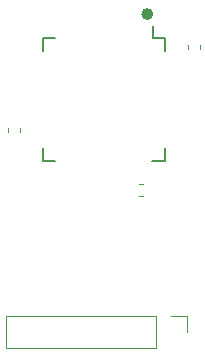
<source format=gbr>
G04 #@! TF.GenerationSoftware,KiCad,Pcbnew,5.0.1+dfsg1-2*
G04 #@! TF.CreationDate,2019-04-19T13:27:36+02:00*
G04 #@! TF.ProjectId,oled-controller,6F6C65642D636F6E74726F6C6C65722E,rev?*
G04 #@! TF.SameCoordinates,Original*
G04 #@! TF.FileFunction,Legend,Top*
G04 #@! TF.FilePolarity,Positive*
%FSLAX46Y46*%
G04 Gerber Fmt 4.6, Leading zero omitted, Abs format (unit mm)*
G04 Created by KiCad (PCBNEW 5.0.1+dfsg1-2) date Fr 19 Apr 2019 13:27:36 CEST*
%MOMM*%
%LPD*%
G01*
G04 APERTURE LIST*
%ADD10C,0.500000*%
%ADD11C,0.120000*%
%ADD12C,0.150000*%
%ADD13C,3.102000*%
%ADD14R,2.202000X2.202000*%
%ADD15C,2.202000*%
%ADD16C,1.102000*%
%ADD17C,0.100000*%
%ADD18C,1.052000*%
%ADD19R,1.802000X1.802000*%
%ADD20O,1.802000X1.802000*%
%ADD21R,0.352000X1.102000*%
%ADD22R,1.102000X0.352000*%
G04 APERTURE END LIST*
D10*
X172212000Y-74676000D02*
G75*
G03X172212000Y-74676000I-254000J0D01*
G01*
D11*
G04 #@! TO.C,C1*
X160145000Y-84626267D02*
X160145000Y-84283733D01*
X161165000Y-84626267D02*
X161165000Y-84283733D01*
G04 #@! TO.C,C3*
X176405000Y-77298733D02*
X176405000Y-77641267D01*
X175385000Y-77298733D02*
X175385000Y-77641267D01*
G04 #@! TO.C,C2*
X171621267Y-89025000D02*
X171278733Y-89025000D01*
X171621267Y-90045000D02*
X171278733Y-90045000D01*
G04 #@! TO.C,J2*
X159960000Y-100270000D02*
X159960000Y-102930000D01*
X172720000Y-100270000D02*
X159960000Y-100270000D01*
X172720000Y-102930000D02*
X159960000Y-102930000D01*
X172720000Y-100270000D02*
X172720000Y-102930000D01*
X173990000Y-100270000D02*
X175320000Y-100270000D01*
X175320000Y-100270000D02*
X175320000Y-101600000D01*
D12*
G04 #@! TO.C,U1*
X173450000Y-76740000D02*
X172450000Y-76740000D01*
X173450000Y-87090000D02*
X172375000Y-87090000D01*
X163100000Y-87090000D02*
X164175000Y-87090000D01*
X163100000Y-76740000D02*
X164175000Y-76740000D01*
X173450000Y-76740000D02*
X173450000Y-77815000D01*
X163100000Y-76740000D02*
X163100000Y-77815000D01*
X163100000Y-87090000D02*
X163100000Y-86015000D01*
X173450000Y-87090000D02*
X173450000Y-86015000D01*
X172450000Y-76740000D02*
X172450000Y-75715000D01*
G04 #@! TD*
%LPC*%
D13*
G04 #@! TO.C,J3*
X186690000Y-63500000D03*
X148590000Y-63500000D03*
X186690000Y-100330000D03*
X148590000Y-100330000D03*
D14*
X154940000Y-62230000D03*
D15*
X157480000Y-62230000D03*
X167640000Y-62230000D03*
X170180000Y-62230000D03*
X172720000Y-62230000D03*
X175260000Y-62230000D03*
X177800000Y-62230000D03*
X160020000Y-62230000D03*
X162560000Y-62230000D03*
X165100000Y-62230000D03*
X180340000Y-62230000D03*
G04 #@! TD*
D16*
G04 #@! TO.C,J5*
X183261000Y-80350000D03*
X183261000Y-84750000D03*
G04 #@! TD*
D17*
G04 #@! TO.C,C1*
G36*
X160943779Y-84755266D02*
X160969309Y-84759053D01*
X160994345Y-84765325D01*
X161018646Y-84774020D01*
X161041977Y-84785055D01*
X161064115Y-84798323D01*
X161084845Y-84813698D01*
X161103969Y-84831031D01*
X161121302Y-84850155D01*
X161136677Y-84870885D01*
X161149945Y-84893023D01*
X161160980Y-84916354D01*
X161169675Y-84940655D01*
X161175947Y-84965691D01*
X161179734Y-84991221D01*
X161181000Y-85017000D01*
X161181000Y-85643000D01*
X161179734Y-85668779D01*
X161175947Y-85694309D01*
X161169675Y-85719345D01*
X161160980Y-85743646D01*
X161149945Y-85766977D01*
X161136677Y-85789115D01*
X161121302Y-85809845D01*
X161103969Y-85828969D01*
X161084845Y-85846302D01*
X161064115Y-85861677D01*
X161041977Y-85874945D01*
X161018646Y-85885980D01*
X160994345Y-85894675D01*
X160969309Y-85900947D01*
X160943779Y-85904734D01*
X160918000Y-85906000D01*
X160392000Y-85906000D01*
X160366221Y-85904734D01*
X160340691Y-85900947D01*
X160315655Y-85894675D01*
X160291354Y-85885980D01*
X160268023Y-85874945D01*
X160245885Y-85861677D01*
X160225155Y-85846302D01*
X160206031Y-85828969D01*
X160188698Y-85809845D01*
X160173323Y-85789115D01*
X160160055Y-85766977D01*
X160149020Y-85743646D01*
X160140325Y-85719345D01*
X160134053Y-85694309D01*
X160130266Y-85668779D01*
X160129000Y-85643000D01*
X160129000Y-85017000D01*
X160130266Y-84991221D01*
X160134053Y-84965691D01*
X160140325Y-84940655D01*
X160149020Y-84916354D01*
X160160055Y-84893023D01*
X160173323Y-84870885D01*
X160188698Y-84850155D01*
X160206031Y-84831031D01*
X160225155Y-84813698D01*
X160245885Y-84798323D01*
X160268023Y-84785055D01*
X160291354Y-84774020D01*
X160315655Y-84765325D01*
X160340691Y-84759053D01*
X160366221Y-84755266D01*
X160392000Y-84754000D01*
X160918000Y-84754000D01*
X160943779Y-84755266D01*
X160943779Y-84755266D01*
G37*
D18*
X160655000Y-85330000D03*
D17*
G36*
X160943779Y-83005266D02*
X160969309Y-83009053D01*
X160994345Y-83015325D01*
X161018646Y-83024020D01*
X161041977Y-83035055D01*
X161064115Y-83048323D01*
X161084845Y-83063698D01*
X161103969Y-83081031D01*
X161121302Y-83100155D01*
X161136677Y-83120885D01*
X161149945Y-83143023D01*
X161160980Y-83166354D01*
X161169675Y-83190655D01*
X161175947Y-83215691D01*
X161179734Y-83241221D01*
X161181000Y-83267000D01*
X161181000Y-83893000D01*
X161179734Y-83918779D01*
X161175947Y-83944309D01*
X161169675Y-83969345D01*
X161160980Y-83993646D01*
X161149945Y-84016977D01*
X161136677Y-84039115D01*
X161121302Y-84059845D01*
X161103969Y-84078969D01*
X161084845Y-84096302D01*
X161064115Y-84111677D01*
X161041977Y-84124945D01*
X161018646Y-84135980D01*
X160994345Y-84144675D01*
X160969309Y-84150947D01*
X160943779Y-84154734D01*
X160918000Y-84156000D01*
X160392000Y-84156000D01*
X160366221Y-84154734D01*
X160340691Y-84150947D01*
X160315655Y-84144675D01*
X160291354Y-84135980D01*
X160268023Y-84124945D01*
X160245885Y-84111677D01*
X160225155Y-84096302D01*
X160206031Y-84078969D01*
X160188698Y-84059845D01*
X160173323Y-84039115D01*
X160160055Y-84016977D01*
X160149020Y-83993646D01*
X160140325Y-83969345D01*
X160134053Y-83944309D01*
X160130266Y-83918779D01*
X160129000Y-83893000D01*
X160129000Y-83267000D01*
X160130266Y-83241221D01*
X160134053Y-83215691D01*
X160140325Y-83190655D01*
X160149020Y-83166354D01*
X160160055Y-83143023D01*
X160173323Y-83120885D01*
X160188698Y-83100155D01*
X160206031Y-83081031D01*
X160225155Y-83063698D01*
X160245885Y-83048323D01*
X160268023Y-83035055D01*
X160291354Y-83024020D01*
X160315655Y-83015325D01*
X160340691Y-83009053D01*
X160366221Y-83005266D01*
X160392000Y-83004000D01*
X160918000Y-83004000D01*
X160943779Y-83005266D01*
X160943779Y-83005266D01*
G37*
D18*
X160655000Y-83580000D03*
G04 #@! TD*
D17*
G04 #@! TO.C,C3*
G36*
X176183779Y-76020266D02*
X176209309Y-76024053D01*
X176234345Y-76030325D01*
X176258646Y-76039020D01*
X176281977Y-76050055D01*
X176304115Y-76063323D01*
X176324845Y-76078698D01*
X176343969Y-76096031D01*
X176361302Y-76115155D01*
X176376677Y-76135885D01*
X176389945Y-76158023D01*
X176400980Y-76181354D01*
X176409675Y-76205655D01*
X176415947Y-76230691D01*
X176419734Y-76256221D01*
X176421000Y-76282000D01*
X176421000Y-76908000D01*
X176419734Y-76933779D01*
X176415947Y-76959309D01*
X176409675Y-76984345D01*
X176400980Y-77008646D01*
X176389945Y-77031977D01*
X176376677Y-77054115D01*
X176361302Y-77074845D01*
X176343969Y-77093969D01*
X176324845Y-77111302D01*
X176304115Y-77126677D01*
X176281977Y-77139945D01*
X176258646Y-77150980D01*
X176234345Y-77159675D01*
X176209309Y-77165947D01*
X176183779Y-77169734D01*
X176158000Y-77171000D01*
X175632000Y-77171000D01*
X175606221Y-77169734D01*
X175580691Y-77165947D01*
X175555655Y-77159675D01*
X175531354Y-77150980D01*
X175508023Y-77139945D01*
X175485885Y-77126677D01*
X175465155Y-77111302D01*
X175446031Y-77093969D01*
X175428698Y-77074845D01*
X175413323Y-77054115D01*
X175400055Y-77031977D01*
X175389020Y-77008646D01*
X175380325Y-76984345D01*
X175374053Y-76959309D01*
X175370266Y-76933779D01*
X175369000Y-76908000D01*
X175369000Y-76282000D01*
X175370266Y-76256221D01*
X175374053Y-76230691D01*
X175380325Y-76205655D01*
X175389020Y-76181354D01*
X175400055Y-76158023D01*
X175413323Y-76135885D01*
X175428698Y-76115155D01*
X175446031Y-76096031D01*
X175465155Y-76078698D01*
X175485885Y-76063323D01*
X175508023Y-76050055D01*
X175531354Y-76039020D01*
X175555655Y-76030325D01*
X175580691Y-76024053D01*
X175606221Y-76020266D01*
X175632000Y-76019000D01*
X176158000Y-76019000D01*
X176183779Y-76020266D01*
X176183779Y-76020266D01*
G37*
D18*
X175895000Y-76595000D03*
D17*
G36*
X176183779Y-77770266D02*
X176209309Y-77774053D01*
X176234345Y-77780325D01*
X176258646Y-77789020D01*
X176281977Y-77800055D01*
X176304115Y-77813323D01*
X176324845Y-77828698D01*
X176343969Y-77846031D01*
X176361302Y-77865155D01*
X176376677Y-77885885D01*
X176389945Y-77908023D01*
X176400980Y-77931354D01*
X176409675Y-77955655D01*
X176415947Y-77980691D01*
X176419734Y-78006221D01*
X176421000Y-78032000D01*
X176421000Y-78658000D01*
X176419734Y-78683779D01*
X176415947Y-78709309D01*
X176409675Y-78734345D01*
X176400980Y-78758646D01*
X176389945Y-78781977D01*
X176376677Y-78804115D01*
X176361302Y-78824845D01*
X176343969Y-78843969D01*
X176324845Y-78861302D01*
X176304115Y-78876677D01*
X176281977Y-78889945D01*
X176258646Y-78900980D01*
X176234345Y-78909675D01*
X176209309Y-78915947D01*
X176183779Y-78919734D01*
X176158000Y-78921000D01*
X175632000Y-78921000D01*
X175606221Y-78919734D01*
X175580691Y-78915947D01*
X175555655Y-78909675D01*
X175531354Y-78900980D01*
X175508023Y-78889945D01*
X175485885Y-78876677D01*
X175465155Y-78861302D01*
X175446031Y-78843969D01*
X175428698Y-78824845D01*
X175413323Y-78804115D01*
X175400055Y-78781977D01*
X175389020Y-78758646D01*
X175380325Y-78734345D01*
X175374053Y-78709309D01*
X175370266Y-78683779D01*
X175369000Y-78658000D01*
X175369000Y-78032000D01*
X175370266Y-78006221D01*
X175374053Y-77980691D01*
X175380325Y-77955655D01*
X175389020Y-77931354D01*
X175400055Y-77908023D01*
X175413323Y-77885885D01*
X175428698Y-77865155D01*
X175446031Y-77846031D01*
X175465155Y-77828698D01*
X175485885Y-77813323D01*
X175508023Y-77800055D01*
X175531354Y-77789020D01*
X175555655Y-77780325D01*
X175580691Y-77774053D01*
X175606221Y-77770266D01*
X175632000Y-77769000D01*
X176158000Y-77769000D01*
X176183779Y-77770266D01*
X176183779Y-77770266D01*
G37*
D18*
X175895000Y-78345000D03*
G04 #@! TD*
D17*
G04 #@! TO.C,C2*
G36*
X170913779Y-89010266D02*
X170939309Y-89014053D01*
X170964345Y-89020325D01*
X170988646Y-89029020D01*
X171011977Y-89040055D01*
X171034115Y-89053323D01*
X171054845Y-89068698D01*
X171073969Y-89086031D01*
X171091302Y-89105155D01*
X171106677Y-89125885D01*
X171119945Y-89148023D01*
X171130980Y-89171354D01*
X171139675Y-89195655D01*
X171145947Y-89220691D01*
X171149734Y-89246221D01*
X171151000Y-89272000D01*
X171151000Y-89798000D01*
X171149734Y-89823779D01*
X171145947Y-89849309D01*
X171139675Y-89874345D01*
X171130980Y-89898646D01*
X171119945Y-89921977D01*
X171106677Y-89944115D01*
X171091302Y-89964845D01*
X171073969Y-89983969D01*
X171054845Y-90001302D01*
X171034115Y-90016677D01*
X171011977Y-90029945D01*
X170988646Y-90040980D01*
X170964345Y-90049675D01*
X170939309Y-90055947D01*
X170913779Y-90059734D01*
X170888000Y-90061000D01*
X170262000Y-90061000D01*
X170236221Y-90059734D01*
X170210691Y-90055947D01*
X170185655Y-90049675D01*
X170161354Y-90040980D01*
X170138023Y-90029945D01*
X170115885Y-90016677D01*
X170095155Y-90001302D01*
X170076031Y-89983969D01*
X170058698Y-89964845D01*
X170043323Y-89944115D01*
X170030055Y-89921977D01*
X170019020Y-89898646D01*
X170010325Y-89874345D01*
X170004053Y-89849309D01*
X170000266Y-89823779D01*
X169999000Y-89798000D01*
X169999000Y-89272000D01*
X170000266Y-89246221D01*
X170004053Y-89220691D01*
X170010325Y-89195655D01*
X170019020Y-89171354D01*
X170030055Y-89148023D01*
X170043323Y-89125885D01*
X170058698Y-89105155D01*
X170076031Y-89086031D01*
X170095155Y-89068698D01*
X170115885Y-89053323D01*
X170138023Y-89040055D01*
X170161354Y-89029020D01*
X170185655Y-89020325D01*
X170210691Y-89014053D01*
X170236221Y-89010266D01*
X170262000Y-89009000D01*
X170888000Y-89009000D01*
X170913779Y-89010266D01*
X170913779Y-89010266D01*
G37*
D18*
X170575000Y-89535000D03*
D17*
G36*
X172663779Y-89010266D02*
X172689309Y-89014053D01*
X172714345Y-89020325D01*
X172738646Y-89029020D01*
X172761977Y-89040055D01*
X172784115Y-89053323D01*
X172804845Y-89068698D01*
X172823969Y-89086031D01*
X172841302Y-89105155D01*
X172856677Y-89125885D01*
X172869945Y-89148023D01*
X172880980Y-89171354D01*
X172889675Y-89195655D01*
X172895947Y-89220691D01*
X172899734Y-89246221D01*
X172901000Y-89272000D01*
X172901000Y-89798000D01*
X172899734Y-89823779D01*
X172895947Y-89849309D01*
X172889675Y-89874345D01*
X172880980Y-89898646D01*
X172869945Y-89921977D01*
X172856677Y-89944115D01*
X172841302Y-89964845D01*
X172823969Y-89983969D01*
X172804845Y-90001302D01*
X172784115Y-90016677D01*
X172761977Y-90029945D01*
X172738646Y-90040980D01*
X172714345Y-90049675D01*
X172689309Y-90055947D01*
X172663779Y-90059734D01*
X172638000Y-90061000D01*
X172012000Y-90061000D01*
X171986221Y-90059734D01*
X171960691Y-90055947D01*
X171935655Y-90049675D01*
X171911354Y-90040980D01*
X171888023Y-90029945D01*
X171865885Y-90016677D01*
X171845155Y-90001302D01*
X171826031Y-89983969D01*
X171808698Y-89964845D01*
X171793323Y-89944115D01*
X171780055Y-89921977D01*
X171769020Y-89898646D01*
X171760325Y-89874345D01*
X171754053Y-89849309D01*
X171750266Y-89823779D01*
X171749000Y-89798000D01*
X171749000Y-89272000D01*
X171750266Y-89246221D01*
X171754053Y-89220691D01*
X171760325Y-89195655D01*
X171769020Y-89171354D01*
X171780055Y-89148023D01*
X171793323Y-89125885D01*
X171808698Y-89105155D01*
X171826031Y-89086031D01*
X171845155Y-89068698D01*
X171865885Y-89053323D01*
X171888023Y-89040055D01*
X171911354Y-89029020D01*
X171935655Y-89020325D01*
X171960691Y-89014053D01*
X171986221Y-89010266D01*
X172012000Y-89009000D01*
X172638000Y-89009000D01*
X172663779Y-89010266D01*
X172663779Y-89010266D01*
G37*
D18*
X172325000Y-89535000D03*
G04 #@! TD*
D19*
G04 #@! TO.C,J2*
X173990000Y-101600000D03*
D20*
X171450000Y-101600000D03*
X168910000Y-101600000D03*
X166370000Y-101600000D03*
X163830000Y-101600000D03*
X161290000Y-101600000D03*
G04 #@! TD*
D21*
G04 #@! TO.C,U1*
X172025000Y-76215000D03*
X171525000Y-76215000D03*
X171025000Y-76215000D03*
X170525000Y-76215000D03*
X170025000Y-76215000D03*
X169525000Y-76215000D03*
X169025000Y-76215000D03*
X168525000Y-76215000D03*
X168025000Y-76215000D03*
X167525000Y-76215000D03*
X167025000Y-76215000D03*
X166525000Y-76215000D03*
X166025000Y-76215000D03*
X165525000Y-76215000D03*
X165025000Y-76215000D03*
X164525000Y-76215000D03*
D22*
X162575000Y-78165000D03*
X162575000Y-78665000D03*
X162575000Y-79165000D03*
X162575000Y-79665000D03*
X162575000Y-80165000D03*
X162575000Y-80665000D03*
X162575000Y-81165000D03*
X162575000Y-81665000D03*
X162575000Y-82165000D03*
X162575000Y-82665000D03*
X162575000Y-83165000D03*
X162575000Y-83665000D03*
X162575000Y-84165000D03*
X162575000Y-84665000D03*
X162575000Y-85165000D03*
X162575000Y-85665000D03*
D21*
X164525000Y-87615000D03*
X165025000Y-87615000D03*
X165525000Y-87615000D03*
X166025000Y-87615000D03*
X166525000Y-87615000D03*
X167025000Y-87615000D03*
X167525000Y-87615000D03*
X168025000Y-87615000D03*
X168525000Y-87615000D03*
X169025000Y-87615000D03*
X169525000Y-87615000D03*
X170025000Y-87615000D03*
X170525000Y-87615000D03*
X171025000Y-87615000D03*
X171525000Y-87615000D03*
X172025000Y-87615000D03*
D22*
X173975000Y-85665000D03*
X173975000Y-85165000D03*
X173975000Y-84665000D03*
X173975000Y-84165000D03*
X173975000Y-83665000D03*
X173975000Y-83165000D03*
X173975000Y-82665000D03*
X173975000Y-82165000D03*
X173975000Y-81665000D03*
X173975000Y-81165000D03*
X173975000Y-80665000D03*
X173975000Y-80165000D03*
X173975000Y-79665000D03*
X173975000Y-79165000D03*
X173975000Y-78665000D03*
X173975000Y-78165000D03*
G04 #@! TD*
M02*

</source>
